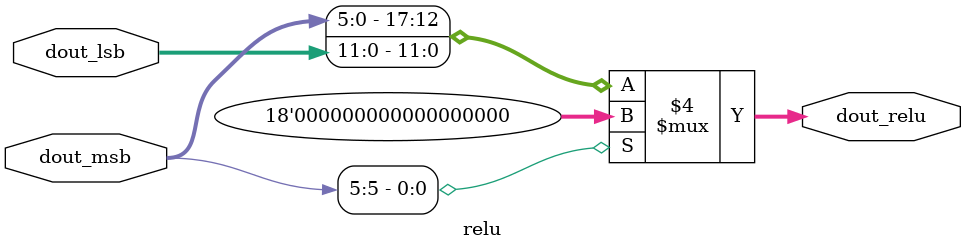
<source format=v>


// The result of translation follows.  Its copyright status should be
// considered unchanged from the original VHDL.

// no timescale needed

module relu(
input wire [5:0] dout_msb,
input wire [11:0] dout_lsb,
output reg [17:0] dout_relu
);





  always @(dout_msb, dout_lsb) begin
    if(dout_msb[5] == 1'b0) begin
      dout_relu <= {dout_msb,dout_lsb};
    end
    else begin
      dout_relu <= 18'b000000000000000000;
    end
  end


endmodule

</source>
